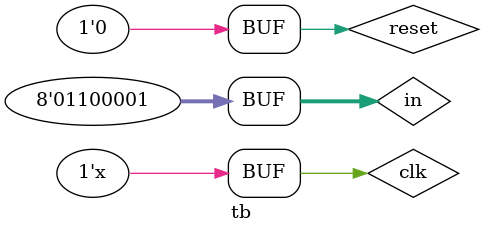
<source format=v>
`timescale 1ns / 1ps

module tb;

	// Inputs
	reg clk;
	reg reset;
	reg [7:0] in;

	// Outputs
	wire result;

	// Instantiate the Unit Under Test (UUT)
	BlockChecker uut (
		.clk(clk), 
		.reset(reset), 
		.in(in), 
		.result(result)
	);

	initial begin
		// Initialize Inputs
		clk = 0;
		reset = 0;
		in = 0;

		// Wait 100 ns for global reset to finish
		#100;
		#5; in="a";
		#5; in=" ";
		#5; in="B";
		#5; in="e";
		#5; in="g";
		#5; in="i";
		#5; in="n";
		#5; in=" ";
		#5; in="e";
		#5; in="n";
		#5; in="D";
		#5; in="c";
		#5; in=" ";
		#5; in="e";
		#5; in="n";
		#5; in="d";
		#5; in=" ";
		#5; in="a";
		#5; in="b";
		#5; in="e";
		#5; in="g";
		#5; in="i";
		#5; in="n";
		#5; in=" ";
		#5; in="c";
		#5; in="e";
		#5; in="n";
		#5; in="d";
		#5; in=" ";
		#5; in="b";
		#5; in="E";
		#5; in="g";
		#5; in="I";
		#5; in="N";
		#5; in=" ";
		#5; in="e";
		#5; in="e";
		#5; in="n";
		#5; in="d";
		#5; in=" ";
		#5; in="a";
		#5; in="a";
		#5; in="a";
		
        
		// Add stimulus here

	end
   always #10 clk=~clk;
endmodule


</source>
